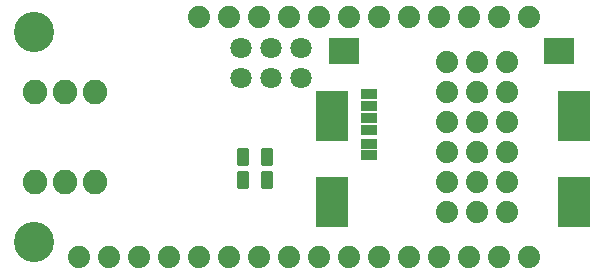
<source format=gbs>
G04 Layer_Color=16711935*
%FSLAX44Y44*%
%MOMM*%
G71*
G01*
G75*
%ADD22C,1.8796*%
%ADD33R,2.7032X4.2032*%
%ADD34R,2.5432X2.2032*%
%ADD39C,1.8792*%
%ADD40C,3.4036*%
%ADD41C,2.0828*%
%ADD42C,1.8032*%
%ADD43R,1.4732X0.8382*%
G04:AMPARAMS|DCode=44|XSize=1.5032mm|YSize=1.0032mm|CornerRadius=0.2016mm|HoleSize=0mm|Usage=FLASHONLY|Rotation=270.000|XOffset=0mm|YOffset=0mm|HoleType=Round|Shape=RoundedRectangle|*
%AMROUNDEDRECTD44*
21,1,1.5032,0.6000,0,0,270.0*
21,1,1.1000,1.0032,0,0,270.0*
1,1,0.4032,-0.3000,-0.5500*
1,1,0.4032,-0.3000,0.5500*
1,1,0.4032,0.3000,0.5500*
1,1,0.4032,0.3000,-0.5500*
%
%ADD44ROUNDEDRECTD44*%
D22*
X38100Y-101600D02*
D03*
X63500D02*
D03*
X88900D02*
D03*
X114300D02*
D03*
X139700D02*
D03*
X165100D02*
D03*
X190500D02*
D03*
X215900D02*
D03*
X241300D02*
D03*
X266700D02*
D03*
X292100D02*
D03*
X317500D02*
D03*
X342900D02*
D03*
X368300D02*
D03*
X393700D02*
D03*
X419100D02*
D03*
Y101600D02*
D03*
X393700D02*
D03*
X368300D02*
D03*
X342900D02*
D03*
X317500D02*
D03*
X292100D02*
D03*
X266700D02*
D03*
X241300D02*
D03*
X215900D02*
D03*
X190500D02*
D03*
X165100D02*
D03*
X139700D02*
D03*
D33*
X456720Y-54370D02*
D03*
X251720D02*
D03*
Y18370D02*
D03*
X456720D02*
D03*
D34*
X444500Y73100D02*
D03*
X262000D02*
D03*
D39*
X400450Y63500D02*
D03*
Y38100D02*
D03*
Y12700D02*
D03*
Y-12700D02*
D03*
Y-38100D02*
D03*
X349650Y63500D02*
D03*
Y38100D02*
D03*
Y12700D02*
D03*
Y-12700D02*
D03*
Y-38100D02*
D03*
X375050D02*
D03*
Y-12700D02*
D03*
Y12700D02*
D03*
Y38100D02*
D03*
Y63500D02*
D03*
Y-63500D02*
D03*
X349650D02*
D03*
X400450D02*
D03*
D40*
X0Y88900D02*
D03*
Y-88900D02*
D03*
D41*
X400Y-38100D02*
D03*
X25800D02*
D03*
X51200D02*
D03*
X400Y38100D02*
D03*
X25800D02*
D03*
X51200D02*
D03*
D42*
X225800Y50600D02*
D03*
X200400D02*
D03*
Y76000D02*
D03*
X175000Y50600D02*
D03*
Y76000D02*
D03*
X225800D02*
D03*
D43*
X283210Y-14660D02*
D03*
Y-5588D02*
D03*
Y16510D02*
D03*
Y6350D02*
D03*
Y26670D02*
D03*
Y36830D02*
D03*
D44*
X196750Y-36250D02*
D03*
X176750D02*
D03*
X176500Y-16750D02*
D03*
X196500D02*
D03*
M02*

</source>
